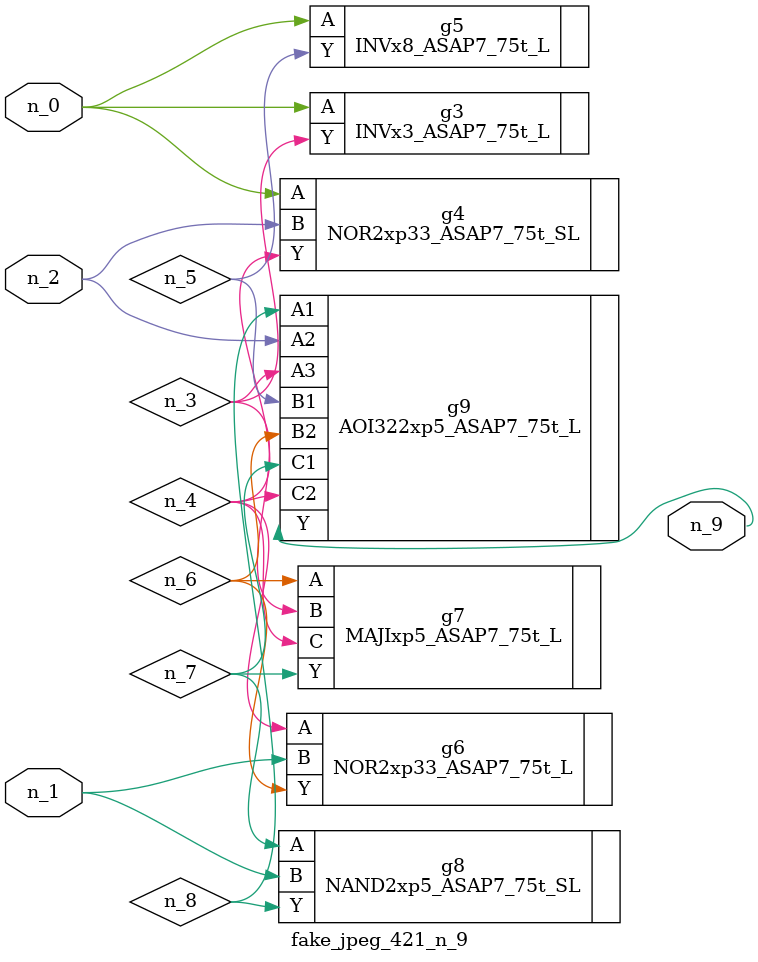
<source format=v>
module fake_jpeg_421_n_9 (n_0, n_2, n_1, n_9);

input n_0;
input n_2;
input n_1;

output n_9;

wire n_3;
wire n_4;
wire n_8;
wire n_6;
wire n_5;
wire n_7;

INVx3_ASAP7_75t_L g3 ( 
.A(n_0),
.Y(n_3)
);

NOR2xp33_ASAP7_75t_SL g4 ( 
.A(n_0),
.B(n_2),
.Y(n_4)
);

INVx8_ASAP7_75t_L g5 ( 
.A(n_0),
.Y(n_5)
);

NOR2xp33_ASAP7_75t_L g6 ( 
.A(n_4),
.B(n_1),
.Y(n_6)
);

MAJIxp5_ASAP7_75t_L g7 ( 
.A(n_6),
.B(n_3),
.C(n_4),
.Y(n_7)
);

NAND2xp5_ASAP7_75t_SL g8 ( 
.A(n_7),
.B(n_1),
.Y(n_8)
);

AOI322xp5_ASAP7_75t_L g9 ( 
.A1(n_8),
.A2(n_2),
.A3(n_3),
.B1(n_5),
.B2(n_6),
.C1(n_7),
.C2(n_4),
.Y(n_9)
);


endmodule
</source>
